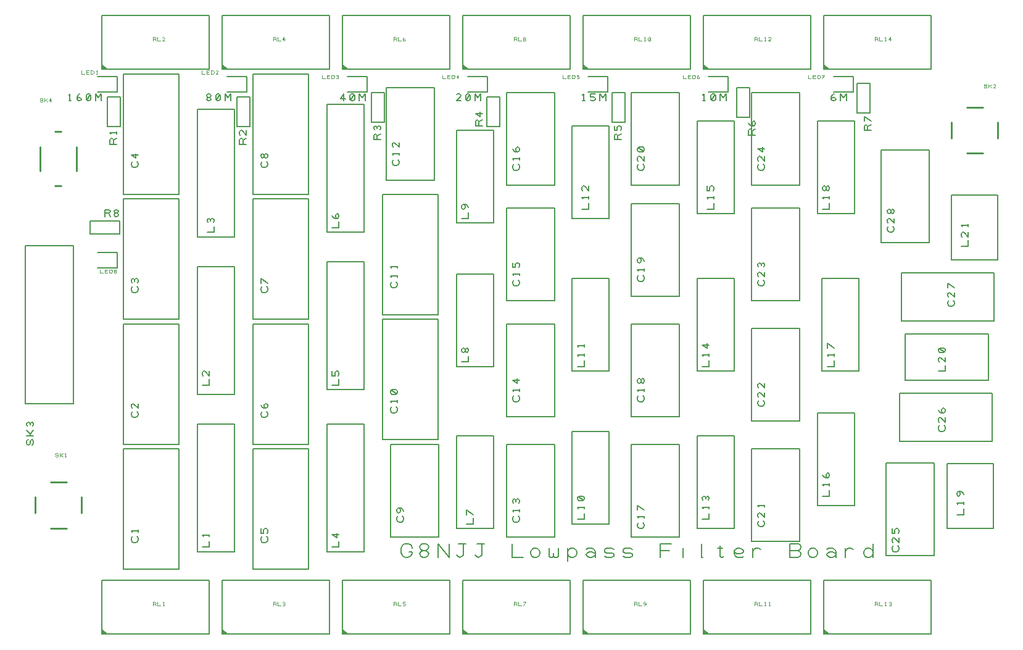
<source format=gbr>
G04 EasyPC Gerber Version 20.0.2 Build 4112 *
G04 #@! TF.Part,Single*
G04 #@! TF.FileFunction,Legend,Top *
%FSLAX35Y35*%
%MOIN*%
%ADD106C,0.00100*%
%ADD105C,0.00500*%
%ADD115C,0.00787*%
%ADD114C,0.00800*%
%ADD11C,0.01000*%
X0Y0D02*
D02*
D11*
X11348Y82529D02*
Y73868D01*
X13750Y258700D02*
Y271600D01*
X13850*
X19419Y65797D02*
X28081D01*
X19419Y90600D02*
X28081D01*
X21750Y250600D02*
X25350D01*
X21750Y280100D02*
X25350D01*
X33450Y258700D02*
Y271600D01*
X33550*
X36152Y82529D02*
Y73868D01*
X506348Y285029D02*
Y276368D01*
X514419Y268297D02*
X523081D01*
X514419Y293100D02*
X523081D01*
X531152Y285029D02*
Y276368D01*
D02*
D105*
X9375Y110600D02*
X10000Y110913D01*
X10313Y111537*
Y112787*
X10000Y113413*
X9375Y113725*
X8750Y113413*
X8437Y112787*
Y111537*
X8125Y110913*
X7500Y110600*
X6875Y110913*
X6563Y111537*
Y112787*
X6875Y113413*
X7500Y113725*
X10313Y115600D02*
X6563D01*
X8437D02*
Y116537D01*
X6563Y118725*
X8437Y116537D02*
X10313Y118725D01*
X10000Y120913D02*
X10313Y121537D01*
Y122163*
X10000Y122787*
X9375Y123100*
X8750Y122787*
X8437Y122163*
Y121537*
Y122163D02*
X8125Y122787D01*
X7500Y123100*
X6875Y122787*
X6563Y122163*
Y121537*
X6875Y120913*
X29375Y296537D02*
X30625D01*
X30000D02*
Y300287D01*
X29375Y299663*
X33750Y297475D02*
X34063Y298100D01*
X34687Y298413*
X35313*
X35937Y298100*
X36250Y297475*
X35937Y296850*
X35313Y296537*
X34687*
X34063Y296850*
X33750Y297475*
Y298413*
X34063Y299350*
X34687Y299975*
X35313Y300287*
X39063Y296850D02*
X39687Y296537D01*
X40313*
X40937Y296850*
X41250Y297475*
Y299350*
X40937Y299975*
X40313Y300287*
X39687*
X39063Y299975*
X38750Y299350*
Y297475*
X39063Y296850*
X40937Y299975*
X43750Y296537D02*
Y300287D01*
X45313Y298413*
X46875Y300287*
Y296537*
X40750Y224600D02*
X56750D01*
Y231600*
X40750*
Y224600*
X47250Y11100D02*
Y8600D01*
X49750*
X47250Y11100*
G36*
Y8600*
X49750*
X47250Y11100*
G37*
Y37600D02*
X105250D01*
Y8600*
X47250*
Y37600*
Y316100D02*
Y313600D01*
X49750*
X47250Y316100*
G36*
Y313600*
X49750*
X47250Y316100*
G37*
Y342600D02*
X105250D01*
Y313600*
X47250*
Y342600*
X48750Y234037D02*
Y237787D01*
X50937*
X51563Y237475*
X51875Y236850*
X51563Y236225*
X50937Y235913*
X48750*
X50937D02*
X51875Y234037D01*
X54687Y235913D02*
X55313D01*
X55937Y236225*
X56250Y236850*
X55937Y237475*
X55313Y237787*
X54687*
X54063Y237475*
X53750Y236850*
X54063Y236225*
X54687Y235913*
X54063Y235600*
X53750Y234975*
X54063Y234350*
X54687Y234037*
X55313*
X55937Y234350*
X56250Y234975*
X55937Y235600*
X55313Y235913*
Y273100D02*
X51563D01*
Y275287*
X51875Y275913*
X52500Y276225*
X53125Y275913*
X53437Y275287*
Y273100*
Y275287D02*
X55313Y276225D01*
Y278725D02*
Y279975D01*
Y279350D02*
X51563D01*
X52187Y278725*
X57250Y282600D02*
Y298600D01*
X50250*
Y282600*
X57250*
X66187Y61225D02*
X66500Y60913D01*
X66813Y60287*
Y59350*
X66500Y58725*
X66187Y58413*
X65563Y58100*
X64313*
X63687Y58413*
X63375Y58725*
X63063Y59350*
Y60287*
X63375Y60913*
X63687Y61225*
X66813Y63725D02*
Y64975D01*
Y64350D02*
X63063D01*
X63687Y63725*
X66187Y128725D02*
X66500Y128413D01*
X66813Y127787*
Y126850*
X66500Y126225*
X66187Y125913*
X65563Y125600*
X64313*
X63687Y125913*
X63375Y126225*
X63063Y126850*
Y127787*
X63375Y128413*
X63687Y128725*
X66813Y133100D02*
Y130600D01*
X64625Y132787*
X64000Y133100*
X63375Y132787*
X63063Y132163*
Y131225*
X63375Y130600*
X66187Y196225D02*
X66500Y195913D01*
X66813Y195287*
Y194350*
X66500Y193725*
X66187Y193413*
X65563Y193100*
X64313*
X63687Y193413*
X63375Y193725*
X63063Y194350*
Y195287*
X63375Y195913*
X63687Y196225*
X66500Y198413D02*
X66813Y199037D01*
Y199663*
X66500Y200287*
X65875Y200600*
X65250Y200287*
X64937Y199663*
Y199037*
Y199663D02*
X64625Y200287D01*
X64000Y200600*
X63375Y200287*
X63063Y199663*
Y199037*
X63375Y198413*
X66187Y263725D02*
X66500Y263413D01*
X66813Y262787*
Y261850*
X66500Y261225*
X66187Y260913*
X65563Y260600*
X64313*
X63687Y260913*
X63375Y261225*
X63063Y261850*
Y262787*
X63375Y263413*
X63687Y263725*
X66813Y267163D02*
X63063D01*
X65563Y265600*
Y268100*
X104687Y298413D02*
X105313D01*
X105937Y298725*
X106250Y299350*
X105937Y299975*
X105313Y300287*
X104687*
X104063Y299975*
X103750Y299350*
X104063Y298725*
X104687Y298413*
X104063Y298100*
X103750Y297475*
X104063Y296850*
X104687Y296537*
X105313*
X105937Y296850*
X106250Y297475*
X105937Y298100*
X105313Y298413*
X109063Y296850D02*
X109687Y296537D01*
X110313*
X110937Y296850*
X111250Y297475*
Y299350*
X110937Y299975*
X110313Y300287*
X109687*
X109063Y299975*
X108750Y299350*
Y297475*
X109063Y296850*
X110937Y299975*
X113750Y296537D02*
Y300287D01*
X115313Y298413*
X116875Y300287*
Y296537*
X101563Y55600D02*
X105313D01*
Y58725*
Y61225D02*
Y62475D01*
Y61850D02*
X101563D01*
X102187Y61225*
X101563Y143100D02*
X105313D01*
Y146225*
Y150600D02*
Y148100D01*
X103125Y150287*
X102500Y150600*
X101875Y150287*
X101563Y149663*
Y148725*
X101875Y148100*
X104063Y225600D02*
X107813D01*
Y228725*
X107500Y230913D02*
X107813Y231537D01*
Y232163*
X107500Y232787*
X106875Y233100*
X106250Y232787*
X105937Y232163*
Y231537*
Y232163D02*
X105625Y232787D01*
X105000Y233100*
X104375Y232787*
X104063Y232163*
Y231537*
X104375Y230913*
X112250Y11100D02*
Y8600D01*
X114750*
X112250Y11100*
G36*
Y8600*
X114750*
X112250Y11100*
G37*
Y37600D02*
X170250D01*
Y8600*
X112250*
Y37600*
Y316100D02*
Y313600D01*
X114750*
X112250Y316100*
G36*
Y313600*
X114750*
X112250Y316100*
G37*
Y342600D02*
X170250D01*
Y313600*
X112250*
Y342600*
X125313Y273100D02*
X121563D01*
Y275287*
X121875Y275913*
X122500Y276225*
X123125Y275913*
X123437Y275287*
Y273100*
Y275287D02*
X125313Y276225D01*
Y280600D02*
Y278100D01*
X123125Y280287*
X122500Y280600*
X121875Y280287*
X121563Y279663*
Y278725*
X121875Y278100*
X127250Y282600D02*
Y298600D01*
X120250*
Y282600*
X127250*
X136187Y61225D02*
X136500Y60913D01*
X136813Y60287*
Y59350*
X136500Y58725*
X136187Y58413*
X135563Y58100*
X134313*
X133687Y58413*
X133375Y58725*
X133063Y59350*
Y60287*
X133375Y60913*
X133687Y61225*
X136500Y63100D02*
X136813Y63725D01*
Y64663*
X136500Y65287*
X135875Y65600*
X135563*
X134937Y65287*
X134625Y64663*
Y63100*
X133063*
Y65600*
X136187Y128725D02*
X136500Y128413D01*
X136813Y127787*
Y126850*
X136500Y126225*
X136187Y125913*
X135563Y125600*
X134313*
X133687Y125913*
X133375Y126225*
X133063Y126850*
Y127787*
X133375Y128413*
X133687Y128725*
X135875Y130600D02*
X135250Y130913D01*
X134937Y131537*
Y132163*
X135250Y132787*
X135875Y133100*
X136500Y132787*
X136813Y132163*
Y131537*
X136500Y130913*
X135875Y130600*
X134937*
X134000Y130913*
X133375Y131537*
X133063Y132163*
X136187Y196225D02*
X136500Y195913D01*
X136813Y195287*
Y194350*
X136500Y193725*
X136187Y193413*
X135563Y193100*
X134313*
X133687Y193413*
X133375Y193725*
X133063Y194350*
Y195287*
X133375Y195913*
X133687Y196225*
X136813Y198100D02*
X133063Y200600D01*
Y198100*
X136187Y263725D02*
X136500Y263413D01*
X136813Y262787*
Y261850*
X136500Y261225*
X136187Y260913*
X135563Y260600*
X134313*
X133687Y260913*
X133375Y261225*
X133063Y261850*
Y262787*
X133375Y263413*
X133687Y263725*
X134937Y266537D02*
Y267163D01*
X134625Y267787*
X134000Y268100*
X133375Y267787*
X133063Y267163*
Y266537*
X133375Y265913*
X134000Y265600*
X134625Y265913*
X134937Y266537*
X135250Y265913*
X135875Y265600*
X136500Y265913*
X136813Y266537*
Y267163*
X136500Y267787*
X135875Y268100*
X135250Y267787*
X134937Y267163*
X171563Y55600D02*
X175313D01*
Y58725*
Y62163D02*
X171563D01*
X174063Y60600*
Y63100*
X171563Y143100D02*
X175313D01*
Y146225*
X175000Y148100D02*
X175313Y148725D01*
Y149663*
X175000Y150287*
X174375Y150600*
X174063*
X173437Y150287*
X173125Y149663*
Y148100*
X171563*
Y150600*
Y228100D02*
X175313D01*
Y231225*
X174375Y233100D02*
X173750Y233413D01*
X173437Y234037*
Y234663*
X173750Y235287*
X174375Y235600*
X175000Y235287*
X175313Y234663*
Y234037*
X175000Y233413*
X174375Y233100*
X173437*
X172500Y233413*
X171875Y234037*
X171563Y234663*
X177813Y296537D02*
Y300287D01*
X176250Y297787*
X178750*
X181563Y296850D02*
X182187Y296537D01*
X182813*
X183437Y296850*
X183750Y297475*
Y299350*
X183437Y299975*
X182813Y300287*
X182187*
X181563Y299975*
X181250Y299350*
Y297475*
X181563Y296850*
X183437Y299975*
X186250Y296537D02*
Y300287D01*
X187813Y298413*
X189375Y300287*
Y296537*
X177250Y11100D02*
Y8600D01*
X179750*
X177250Y11100*
G36*
Y8600*
X179750*
X177250Y11100*
G37*
Y37600D02*
X235250D01*
Y8600*
X177250*
Y37600*
Y316100D02*
Y313600D01*
X179750*
X177250Y316100*
G36*
Y313600*
X179750*
X177250Y316100*
G37*
Y342600D02*
X235250D01*
Y313600*
X177250*
Y342600*
X197813Y275600D02*
X194063D01*
Y277787*
X194375Y278413*
X195000Y278725*
X195625Y278413*
X195937Y277787*
Y275600*
Y277787D02*
X197813Y278725D01*
X197500Y280913D02*
X197813Y281537D01*
Y282163*
X197500Y282787*
X196875Y283100*
X196250Y282787*
X195937Y282163*
Y281537*
Y282163D02*
X195625Y282787D01*
X195000Y283100*
X194375Y282787*
X194063Y282163*
Y281537*
X194375Y280913*
X199750Y285100D02*
Y301100D01*
X192750*
Y285100*
X199750*
X206187Y131225D02*
X206500Y130913D01*
X206813Y130287*
Y129350*
X206500Y128725*
X206187Y128413*
X205563Y128100*
X204313*
X203687Y128413*
X203375Y128725*
X203063Y129350*
Y130287*
X203375Y130913*
X203687Y131225*
X206813Y133725D02*
Y134975D01*
Y134350D02*
X203063D01*
X203687Y133725*
X206500Y138413D02*
X206813Y139037D01*
Y139663*
X206500Y140287*
X205875Y140600*
X204000*
X203375Y140287*
X203063Y139663*
Y139037*
X203375Y138413*
X204000Y138100*
X205875*
X206500Y138413*
X203375Y140287*
X206187Y198725D02*
X206500Y198413D01*
X206813Y197787*
Y196850*
X206500Y196225*
X206187Y195913*
X205563Y195600*
X204313*
X203687Y195913*
X203375Y196225*
X203063Y196850*
Y197787*
X203375Y198413*
X203687Y198725*
X206813Y201225D02*
Y202475D01*
Y201850D02*
X203063D01*
X203687Y201225*
X206813Y206225D02*
Y207475D01*
Y206850D02*
X203063D01*
X203687Y206225*
X213125Y53100D02*
X215000D01*
Y52475*
X214375Y51225*
X213750Y50600*
X212500Y49975*
X211250*
X210000Y50600*
X209375Y51225*
X208750Y52475*
Y54975*
X209375Y56225*
X210000Y56850*
X211250Y57475*
X212500*
X213750Y56850*
X214375Y56225*
X215000Y54975*
X220625Y53725D02*
X221875D01*
X223125Y54350*
X223750Y55600*
X223125Y56850*
X221875Y57475*
X220625*
X219375Y56850*
X218750Y55600*
X219375Y54350*
X220625Y53725*
X219375Y53100*
X218750Y51850*
X219375Y50600*
X220625Y49975*
X221875*
X223125Y50600*
X223750Y51850*
X223125Y53100*
X221875Y53725*
X228750Y49975D02*
Y57475D01*
X235000Y49975*
Y57475*
X238750Y51225D02*
X239375Y50600D01*
X240625Y49975*
X241875Y50600*
X242500Y51225*
Y57475*
X243750*
X242500D02*
X240000D01*
X248750Y51225D02*
X249375Y50600D01*
X250625Y49975*
X251875Y50600*
X252500Y51225*
Y57475*
X253750*
X252500D02*
X250000D01*
X268750D02*
Y49975D01*
X275000*
X278750Y51850D02*
X279375Y50600D01*
X280625Y49975*
X281875*
X283125Y50600*
X283750Y51850*
Y53100*
X283125Y54350*
X281875Y54975*
X280625*
X279375Y54350*
X278750Y53100*
Y51850*
X288750Y54975D02*
Y50600D01*
X289375Y49975*
X290625*
X291250Y50600*
Y52475*
Y50600D02*
X291875Y49975D01*
X293125*
X293750Y50600*
Y54975*
X298750D02*
Y48100D01*
Y51850D02*
X299375Y50600D01*
X300625Y49975*
X301875*
X303125Y50600*
X303750Y51850*
Y53100*
X303125Y54350*
X301875Y54975*
X300625*
X299375Y54350*
X298750Y53100*
Y51850*
X308750Y54350D02*
X310000Y54975D01*
X311875*
X313125Y54350*
X313750Y53100*
Y51225*
X313125Y50600*
X311875Y49975*
X310625*
X309375Y50600*
X308750Y51225*
Y51850*
X309375Y52475*
X310625Y53100*
X311875*
X313125Y52475*
X313750Y51850*
Y51225D02*
Y49975D01*
X318750Y50600D02*
X320000Y49975D01*
X322500*
X323750Y50600*
Y51850*
X322500Y52475*
X320000*
X318750Y53100*
Y54350*
X320000Y54975*
X322500*
X323750Y54350*
X328750Y50600D02*
X330000Y49975D01*
X332500*
X333750Y50600*
Y51850*
X332500Y52475*
X330000*
X328750Y53100*
Y54350*
X330000Y54975*
X332500*
X333750Y54350*
X348750Y49975D02*
Y57475D01*
X355000*
X353750Y53725D02*
X348750D01*
X361250Y49975D02*
Y54975D01*
Y56850D02*
X371875Y49975*
X371250D01*
Y57475*
X380000Y54975D02*
X382500D01*
X381250Y56225D02*
Y50600D01*
X381875Y49975*
X382500*
X383125Y50600*
X393750D02*
X393125Y49975D01*
X391875*
X390625*
X389375Y50600*
X388750Y51850*
Y53725*
X389375Y54350*
X390625Y54975*
X391875*
X393125Y54350*
X393750Y53725*
Y53100*
X393125Y52475*
X391875Y51850*
X390625*
X389375Y52475*
X388750Y53100*
X398750Y49975D02*
Y54975D01*
Y53100D02*
X399375Y54350D01*
X400625Y54975*
X401875*
X403125Y54350*
X423125Y53725D02*
X424375Y53100D01*
X425000Y51850*
X424375Y50600*
X423125Y49975*
X418750*
Y57475*
X423125*
X424375Y56850*
X425000Y55600*
X424375Y54350*
X423125Y53725*
X418750*
X428750Y51850D02*
X429375Y50600D01*
X430625Y49975*
X431875*
X433125Y50600*
X433750Y51850*
Y53100*
X433125Y54350*
X431875Y54975*
X430625*
X429375Y54350*
X428750Y53100*
Y51850*
X438750Y54350D02*
X440000Y54975D01*
X441875*
X443125Y54350*
X443750Y53100*
Y51225*
X443125Y50600*
X441875Y49975*
X440625*
X439375Y50600*
X438750Y51225*
Y51850*
X439375Y52475*
X440625Y53100*
X441875*
X443125Y52475*
X443750Y51850*
Y51225D02*
Y49975D01*
X448750D02*
Y54975D01*
Y53100D02*
X449375Y54350D01*
X450625Y54975*
X451875*
X453125Y54350*
X463750Y53100D02*
X463125Y54350D01*
X461875Y54975*
X460625*
X459375Y54350*
X458750Y53100*
Y51850*
X459375Y50600*
X460625Y49975*
X461875*
X463125Y50600*
X463750Y51850*
Y49975D02*
Y57475D01*
X207187Y264725D02*
X207500Y264413D01*
X207813Y263787*
Y262850*
X207500Y262225*
X207187Y261913*
X206563Y261600*
X205313*
X204687Y261913*
X204375Y262225*
X204063Y262850*
Y263787*
X204375Y264413*
X204687Y264725*
X207813Y267225D02*
Y268475D01*
Y267850D02*
X204063D01*
X204687Y267225*
X207813Y274100D02*
Y271600D01*
X205625Y273787*
X205000Y274100*
X204375Y273787*
X204063Y273163*
Y272225*
X204375Y271600*
X209687Y72225D02*
X210000Y71913D01*
X210313Y71287*
Y70350*
X210000Y69725*
X209687Y69413*
X209063Y69100*
X207813*
X207187Y69413*
X206875Y69725*
X206563Y70350*
Y71287*
X206875Y71913*
X207187Y72225*
X210313Y75037D02*
X210000Y75663D01*
X209375Y76287*
X208437Y76600*
X207500*
X206875Y76287*
X206563Y75663*
Y75037*
X206875Y74413*
X207500Y74100*
X208125Y74413*
X208437Y75037*
Y75663*
X208125Y76287*
X207500Y76600*
X241250Y296537D02*
X238750D01*
X240937Y298725*
X241250Y299350*
X240937Y299975*
X240313Y300287*
X239375*
X238750Y299975*
X244063Y296850D02*
X244687Y296537D01*
X245313*
X245937Y296850*
X246250Y297475*
Y299350*
X245937Y299975*
X245313Y300287*
X244687*
X244063Y299975*
X243750Y299350*
Y297475*
X244063Y296850*
X245937Y299975*
X248750Y296537D02*
Y300287D01*
X250313Y298413*
X251875Y300287*
Y296537*
X242250Y11100D02*
Y8600D01*
X244750*
X242250Y11100*
G36*
Y8600*
X244750*
X242250Y11100*
G37*
Y37600D02*
X300250D01*
Y8600*
X242250*
Y37600*
Y316100D02*
Y313600D01*
X244750*
X242250Y316100*
G36*
Y313600*
X244750*
X242250Y316100*
G37*
Y342600D02*
X300250D01*
Y313600*
X242250*
Y342600*
X241563Y155600D02*
X245313D01*
Y158725*
X243437Y161537D02*
Y162163D01*
X243125Y162787*
X242500Y163100*
X241875Y162787*
X241563Y162163*
Y161537*
X241875Y160913*
X242500Y160600*
X243125Y160913*
X243437Y161537*
X243750Y160913*
X244375Y160600*
X245000Y160913*
X245313Y161537*
Y162163*
X245000Y162787*
X244375Y163100*
X243750Y162787*
X243437Y162163*
X241563Y233100D02*
X245313D01*
Y236225*
Y239037D02*
X245000Y239663D01*
X244375Y240287*
X243437Y240600*
X242500*
X241875Y240287*
X241563Y239663*
Y239037*
X241875Y238413*
X242500Y238100*
X243125Y238413*
X243437Y239037*
Y239663*
X243125Y240287*
X242500Y240600*
X244063Y68100D02*
X247813D01*
Y71225*
Y73100D02*
X244063Y75600D01*
Y73100*
X252813Y283100D02*
X249063D01*
Y285287*
X249375Y285913*
X250000Y286225*
X250625Y285913*
X250937Y285287*
Y283100*
Y285287D02*
X252813Y286225D01*
Y289663D02*
X249063D01*
X251563Y288100*
Y290600*
X262250Y282600D02*
Y298600D01*
X255250*
Y282600*
X262250*
X272187Y72225D02*
X272500Y71913D01*
X272813Y71287*
Y70350*
X272500Y69725*
X272187Y69413*
X271563Y69100*
X270313*
X269687Y69413*
X269375Y69725*
X269063Y70350*
Y71287*
X269375Y71913*
X269687Y72225*
X272813Y74725D02*
Y75975D01*
Y75350D02*
X269063D01*
X269687Y74725*
X272500Y79413D02*
X272813Y80037D01*
Y80663*
X272500Y81287*
X271875Y81600*
X271250Y81287*
X270937Y80663*
Y80037*
Y80663D02*
X270625Y81287D01*
X270000Y81600*
X269375Y81287*
X269063Y80663*
Y80037*
X269375Y79413*
X272187Y137225D02*
X272500Y136913D01*
X272813Y136287*
Y135350*
X272500Y134725*
X272187Y134413*
X271563Y134100*
X270313*
X269687Y134413*
X269375Y134725*
X269063Y135350*
Y136287*
X269375Y136913*
X269687Y137225*
X272813Y139725D02*
Y140975D01*
Y140350D02*
X269063D01*
X269687Y139725*
X272813Y145663D02*
X269063D01*
X271563Y144100*
Y146600*
X272187Y199725D02*
X272500Y199413D01*
X272813Y198787*
Y197850*
X272500Y197225*
X272187Y196913*
X271563Y196600*
X270313*
X269687Y196913*
X269375Y197225*
X269063Y197850*
Y198787*
X269375Y199413*
X269687Y199725*
X272813Y202225D02*
Y203475D01*
Y202850D02*
X269063D01*
X269687Y202225*
X272500Y206600D02*
X272813Y207225D01*
Y208163*
X272500Y208787*
X271875Y209100*
X271563*
X270937Y208787*
X270625Y208163*
Y206600*
X269063*
Y209100*
X272187Y262225D02*
X272500Y261913D01*
X272813Y261287*
Y260350*
X272500Y259725*
X272187Y259413*
X271563Y259100*
X270313*
X269687Y259413*
X269375Y259725*
X269063Y260350*
Y261287*
X269375Y261913*
X269687Y262225*
X272813Y264725D02*
Y265975D01*
Y265350D02*
X269063D01*
X269687Y264725*
X271875Y269100D02*
X271250Y269413D01*
X270937Y270037*
Y270663*
X271250Y271287*
X271875Y271600*
X272500Y271287*
X272813Y270663*
Y270037*
X272500Y269413*
X271875Y269100*
X270937*
X270000Y269413*
X269375Y270037*
X269063Y270663*
X306875Y296537D02*
X308125D01*
X307500D02*
Y300287D01*
X306875Y299663*
X311250Y296850D02*
X311875Y296537D01*
X312813*
X313437Y296850*
X313750Y297475*
Y297787*
X313437Y298413*
X312813Y298725*
X311250*
Y300287*
X313750*
X316250Y296537D02*
Y300287D01*
X317813Y298413*
X319375Y300287*
Y296537*
X307250Y11100D02*
Y8600D01*
X309750*
X307250Y11100*
G36*
Y8600*
X309750*
X307250Y11100*
G37*
Y37600D02*
X365250D01*
Y8600*
X307250*
Y37600*
Y316100D02*
Y313600D01*
X309750*
X307250Y316100*
G36*
Y313600*
X309750*
X307250Y316100*
G37*
Y342600D02*
X365250D01*
Y313600*
X307250*
Y342600*
X304063Y70600D02*
X307813D01*
Y73725*
Y76225D02*
Y77475D01*
Y76850D02*
X304063D01*
X304687Y76225*
X307500Y80913D02*
X307813Y81537D01*
Y82163*
X307500Y82787*
X306875Y83100*
X305000*
X304375Y82787*
X304063Y82163*
Y81537*
X304375Y80913*
X305000Y80600*
X306875*
X307500Y80913*
X304375Y82787*
X304063Y153100D02*
X307813D01*
Y156225*
Y158725D02*
Y159975D01*
Y159350D02*
X304063D01*
X304687Y158725*
X307813Y163725D02*
Y164975D01*
Y164350D02*
X304063D01*
X304687Y163725*
X306563Y238100D02*
X310313D01*
Y241225*
Y243725D02*
Y244975D01*
Y244350D02*
X306563D01*
X307187Y243725*
X310313Y250600D02*
Y248100D01*
X308125Y250287*
X307500Y250600*
X306875Y250287*
X306563Y249663*
Y248725*
X306875Y248100*
X327813Y275600D02*
X324063D01*
Y277787*
X324375Y278413*
X325000Y278725*
X325625Y278413*
X325937Y277787*
Y275600*
Y277787D02*
X327813Y278725D01*
X327500Y280600D02*
X327813Y281225D01*
Y282163*
X327500Y282787*
X326875Y283100*
X326563*
X325937Y282787*
X325625Y282163*
Y280600*
X324063*
Y283100*
X329750Y285100D02*
Y301100D01*
X322750*
Y285100*
X329750*
X339687Y68725D02*
X340000Y68413D01*
X340313Y67787*
Y66850*
X340000Y66225*
X339687Y65913*
X339063Y65600*
X337813*
X337187Y65913*
X336875Y66225*
X336563Y66850*
Y67787*
X336875Y68413*
X337187Y68725*
X340313Y71225D02*
Y72475D01*
Y71850D02*
X336563D01*
X337187Y71225*
X340313Y75600D02*
X336563Y78100D01*
Y75600*
X339687Y137225D02*
X340000Y136913D01*
X340313Y136287*
Y135350*
X340000Y134725*
X339687Y134413*
X339063Y134100*
X337813*
X337187Y134413*
X336875Y134725*
X336563Y135350*
Y136287*
X336875Y136913*
X337187Y137225*
X340313Y139725D02*
Y140975D01*
Y140350D02*
X336563D01*
X337187Y139725*
X338437Y145037D02*
Y145663D01*
X338125Y146287*
X337500Y146600*
X336875Y146287*
X336563Y145663*
Y145037*
X336875Y144413*
X337500Y144100*
X338125Y144413*
X338437Y145037*
X338750Y144413*
X339375Y144100*
X340000Y144413*
X340313Y145037*
Y145663*
X340000Y146287*
X339375Y146600*
X338750Y146287*
X338437Y145663*
X339687Y202225D02*
X340000Y201913D01*
X340313Y201287*
Y200350*
X340000Y199725*
X339687Y199413*
X339063Y199100*
X337813*
X337187Y199413*
X336875Y199725*
X336563Y200350*
Y201287*
X336875Y201913*
X337187Y202225*
X340313Y204725D02*
Y205975D01*
Y205350D02*
X336563D01*
X337187Y204725*
X340313Y210037D02*
X340000Y210663D01*
X339375Y211287*
X338437Y211600*
X337500*
X336875Y211287*
X336563Y210663*
Y210037*
X336875Y209413*
X337500Y209100*
X338125Y209413*
X338437Y210037*
Y210663*
X338125Y211287*
X337500Y211600*
X339687Y262225D02*
X340000Y261913D01*
X340313Y261287*
Y260350*
X340000Y259725*
X339687Y259413*
X339063Y259100*
X337813*
X337187Y259413*
X336875Y259725*
X336563Y260350*
Y261287*
X336875Y261913*
X337187Y262225*
X340313Y266600D02*
Y264100D01*
X338125Y266287*
X337500Y266600*
X336875Y266287*
X336563Y265663*
Y264725*
X336875Y264100*
X340000Y269413D02*
X340313Y270037D01*
Y270663*
X340000Y271287*
X339375Y271600*
X337500*
X336875Y271287*
X336563Y270663*
Y270037*
X336875Y269413*
X337500Y269100*
X339375*
X340000Y269413*
X336875Y271287*
X371875Y296537D02*
X373125D01*
X372500D02*
Y300287D01*
X371875Y299663*
X376563Y296850D02*
X377187Y296537D01*
X377813*
X378437Y296850*
X378750Y297475*
Y299350*
X378437Y299975*
X377813Y300287*
X377187*
X376563Y299975*
X376250Y299350*
Y297475*
X376563Y296850*
X378437Y299975*
X381250Y296537D02*
Y300287D01*
X382813Y298413*
X384375Y300287*
Y296537*
X372250Y11100D02*
Y8600D01*
X374750*
X372250Y11100*
G36*
Y8600*
X374750*
X372250Y11100*
G37*
Y37600D02*
X430250D01*
Y8600*
X372250*
Y37600*
Y316100D02*
Y313600D01*
X374750*
X372250Y316100*
G36*
Y313600*
X374750*
X372250Y316100*
G37*
Y342600D02*
X430250D01*
Y313600*
X372250*
Y342600*
X371563Y70600D02*
X375313D01*
Y73725*
Y76225D02*
Y77475D01*
Y76850D02*
X371563D01*
X372187Y76225*
X375000Y80913D02*
X375313Y81537D01*
Y82163*
X375000Y82787*
X374375Y83100*
X373750Y82787*
X373437Y82163*
Y81537*
Y82163D02*
X373125Y82787D01*
X372500Y83100*
X371875Y82787*
X371563Y82163*
Y81537*
X371875Y80913*
X371563Y153100D02*
X375313D01*
Y156225*
Y158725D02*
Y159975D01*
Y159350D02*
X371563D01*
X372187Y158725*
X375313Y164663D02*
X371563D01*
X374063Y163100*
Y165600*
Y238100D02*
X377813D01*
Y241225*
Y243725D02*
Y244975D01*
Y244350D02*
X374063D01*
X374687Y243725*
X377500Y248100D02*
X377813Y248725D01*
Y249663*
X377500Y250287*
X376875Y250600*
X376563*
X375937Y250287*
X375625Y249663*
Y248100*
X374063*
Y250600*
X397250Y287600D02*
Y303600D01*
X390250*
Y287600*
X397250*
X400313Y278100D02*
X396563D01*
Y280287*
X396875Y280913*
X397500Y281225*
X398125Y280913*
X398437Y280287*
Y278100*
Y280287D02*
X400313Y281225D01*
X399375Y283100D02*
X398750Y283413D01*
X398437Y284037*
Y284663*
X398750Y285287*
X399375Y285600*
X400000Y285287*
X400313Y284663*
Y284037*
X400000Y283413*
X399375Y283100*
X398437*
X397500Y283413*
X396875Y284037*
X396563Y284663*
X404687Y69725D02*
X405000Y69413D01*
X405313Y68787*
Y67850*
X405000Y67225*
X404687Y66913*
X404063Y66600*
X402813*
X402187Y66913*
X401875Y67225*
X401563Y67850*
Y68787*
X401875Y69413*
X402187Y69725*
X405313Y74100D02*
Y71600D01*
X403125Y73787*
X402500Y74100*
X401875Y73787*
X401563Y73163*
Y72225*
X401875Y71600*
X405313Y77225D02*
Y78475D01*
Y77850D02*
X401563D01*
X402187Y77225*
X404687Y134725D02*
X405000Y134413D01*
X405313Y133787*
Y132850*
X405000Y132225*
X404687Y131913*
X404063Y131600*
X402813*
X402187Y131913*
X401875Y132225*
X401563Y132850*
Y133787*
X401875Y134413*
X402187Y134725*
X405313Y139100D02*
Y136600D01*
X403125Y138787*
X402500Y139100*
X401875Y138787*
X401563Y138163*
Y137225*
X401875Y136600*
X405313Y144100D02*
Y141600D01*
X403125Y143787*
X402500Y144100*
X401875Y143787*
X401563Y143163*
Y142225*
X401875Y141600*
X404687Y199725D02*
X405000Y199413D01*
X405313Y198787*
Y197850*
X405000Y197225*
X404687Y196913*
X404063Y196600*
X402813*
X402187Y196913*
X401875Y197225*
X401563Y197850*
Y198787*
X401875Y199413*
X402187Y199725*
X405313Y204100D02*
Y201600D01*
X403125Y203787*
X402500Y204100*
X401875Y203787*
X401563Y203163*
Y202225*
X401875Y201600*
X405000Y206913D02*
X405313Y207537D01*
Y208163*
X405000Y208787*
X404375Y209100*
X403750Y208787*
X403437Y208163*
Y207537*
Y208163D02*
X403125Y208787D01*
X402500Y209100*
X401875Y208787*
X401563Y208163*
Y207537*
X401875Y206913*
X404687Y262225D02*
X405000Y261913D01*
X405313Y261287*
Y260350*
X405000Y259725*
X404687Y259413*
X404063Y259100*
X402813*
X402187Y259413*
X401875Y259725*
X401563Y260350*
Y261287*
X401875Y261913*
X402187Y262225*
X405313Y266600D02*
Y264100D01*
X403125Y266287*
X402500Y266600*
X401875Y266287*
X401563Y265663*
Y264725*
X401875Y264100*
X405313Y270663D02*
X401563D01*
X404063Y269100*
Y271600*
X437250Y11100D02*
Y8600D01*
X439750*
X437250Y11100*
G36*
Y8600*
X439750*
X437250Y11100*
G37*
Y37600D02*
X495250D01*
Y8600*
X437250*
Y37600*
Y316100D02*
Y313600D01*
X439750*
X437250Y316100*
G36*
Y313600*
X439750*
X437250Y316100*
G37*
Y342600D02*
X495250D01*
Y313600*
X437250*
Y342600*
X436563Y83100D02*
X440313D01*
Y86225*
Y88725D02*
Y89975D01*
Y89350D02*
X436563D01*
X437187Y88725*
X439375Y93100D02*
X438750Y93413D01*
X438437Y94037*
Y94663*
X438750Y95287*
X439375Y95600*
X440000Y95287*
X440313Y94663*
Y94037*
X440000Y93413*
X439375Y93100*
X438437*
X437500Y93413*
X436875Y94037*
X436563Y94663*
Y238100D02*
X440313D01*
Y241225*
Y243725D02*
Y244975D01*
Y244350D02*
X436563D01*
X437187Y243725*
X438437Y249037D02*
Y249663D01*
X438125Y250287*
X437500Y250600*
X436875Y250287*
X436563Y249663*
Y249037*
X436875Y248413*
X437500Y248100*
X438125Y248413*
X438437Y249037*
X438750Y248413*
X439375Y248100*
X440000Y248413*
X440313Y249037*
Y249663*
X440000Y250287*
X439375Y250600*
X438750Y250287*
X438437Y249663*
X441250Y297475D02*
X441563Y298100D01*
X442187Y298413*
X442813*
X443437Y298100*
X443750Y297475*
X443437Y296850*
X442813Y296537*
X442187*
X441563Y296850*
X441250Y297475*
Y298413*
X441563Y299350*
X442187Y299975*
X442813Y300287*
X446250Y296537D02*
Y300287D01*
X447813Y298413*
X449375Y300287*
Y296537*
X439063Y153100D02*
X442813D01*
Y156225*
Y158725D02*
Y159975D01*
Y159350D02*
X439063D01*
X439687Y158725*
X442813Y163100D02*
X439063Y165600D01*
Y163100*
X462250Y290100D02*
Y306100D01*
X455250*
Y290100*
X462250*
X462813Y280600D02*
X459063D01*
Y282787*
X459375Y283413*
X460000Y283725*
X460625Y283413*
X460937Y282787*
Y280600*
Y282787D02*
X462813Y283725D01*
Y285600D02*
X459063Y288100D01*
Y285600*
X474687Y228725D02*
X475000Y228413D01*
X475313Y227787*
Y226850*
X475000Y226225*
X474687Y225913*
X474063Y225600*
X472813*
X472187Y225913*
X471875Y226225*
X471563Y226850*
Y227787*
X471875Y228413*
X472187Y228725*
X475313Y233100D02*
Y230600D01*
X473125Y232787*
X472500Y233100*
X471875Y232787*
X471563Y232163*
Y231225*
X471875Y230600*
X473437Y236537D02*
Y237163D01*
X473125Y237787*
X472500Y238100*
X471875Y237787*
X471563Y237163*
Y236537*
X471875Y235913*
X472500Y235600*
X473125Y235913*
X473437Y236537*
X473750Y235913*
X474375Y235600*
X475000Y235913*
X475313Y236537*
Y237163*
X475000Y237787*
X474375Y238100*
X473750Y237787*
X473437Y237163*
X477187Y56225D02*
X477500Y55913D01*
X477813Y55287*
Y54350*
X477500Y53725*
X477187Y53413*
X476563Y53100*
X475313*
X474687Y53413*
X474375Y53725*
X474063Y54350*
Y55287*
X474375Y55913*
X474687Y56225*
X477813Y60600D02*
Y58100D01*
X475625Y60287*
X475000Y60600*
X474375Y60287*
X474063Y59663*
Y58725*
X474375Y58100*
X477500Y63100D02*
X477813Y63725D01*
Y64663*
X477500Y65287*
X476875Y65600*
X476563*
X475937Y65287*
X475625Y64663*
Y63100*
X474063*
Y65600*
X502187Y121225D02*
X502500Y120913D01*
X502813Y120287*
Y119350*
X502500Y118725*
X502187Y118413*
X501563Y118100*
X500313*
X499687Y118413*
X499375Y118725*
X499063Y119350*
Y120287*
X499375Y120913*
X499687Y121225*
X502813Y125600D02*
Y123100D01*
X500625Y125287*
X500000Y125600*
X499375Y125287*
X499063Y124663*
Y123725*
X499375Y123100*
X501875Y128100D02*
X501250Y128413D01*
X500937Y129037*
Y129663*
X501250Y130287*
X501875Y130600*
X502500Y130287*
X502813Y129663*
Y129037*
X502500Y128413*
X501875Y128100*
X500937*
X500000Y128413*
X499375Y129037*
X499063Y129663*
Y150600D02*
X502813D01*
Y153725*
Y158100D02*
Y155600D01*
X500625Y157787*
X500000Y158100*
X499375Y157787*
X499063Y157163*
Y156225*
X499375Y155600*
X502500Y160913D02*
X502813Y161537D01*
Y162163*
X502500Y162787*
X501875Y163100*
X500000*
X499375Y162787*
X499063Y162163*
Y161537*
X499375Y160913*
X500000Y160600*
X501875*
X502500Y160913*
X499375Y162787*
X507187Y188725D02*
X507500Y188413D01*
X507813Y187787*
Y186850*
X507500Y186225*
X507187Y185913*
X506563Y185600*
X505313*
X504687Y185913*
X504375Y186225*
X504063Y186850*
Y187787*
X504375Y188413*
X504687Y188725*
X507813Y193100D02*
Y190600D01*
X505625Y192787*
X505000Y193100*
X504375Y192787*
X504063Y192163*
Y191225*
X504375Y190600*
X507813Y195600D02*
X504063Y198100D01*
Y195600*
X509063Y73100D02*
X512813D01*
Y76225*
Y78725D02*
Y79975D01*
Y79350D02*
X509063D01*
X509687Y78725*
X512813Y84037D02*
X512500Y84663D01*
X511875Y85287*
X510937Y85600*
X510000*
X509375Y85287*
X509063Y84663*
Y84037*
X509375Y83413*
X510000Y83100*
X510625Y83413*
X510937Y84037*
Y84663*
X510625Y85287*
X510000Y85600*
X511563Y218100D02*
X515313D01*
Y221225*
Y225600D02*
Y223100D01*
X513125Y225287*
X512500Y225600*
X511875Y225287*
X511563Y224663*
Y223725*
X511875Y223100*
X515313Y228725D02*
Y229975D01*
Y229350D02*
X511563D01*
X512187Y228725*
X526250Y170600D02*
Y145600D01*
X481250*
Y170600*
X526250*
X528750Y65600D02*
X503750D01*
Y100600*
X528750*
Y65600*
X531250Y210600D02*
X506250D01*
Y245600*
X531250*
Y210600*
D02*
D106*
X13750Y296537D02*
X13906Y296225D01*
X14219Y296069*
X14844*
X15156Y296225*
X15313Y296537*
X15156Y296850*
X14844Y297006*
X14219*
X13906Y297163*
X13750Y297475*
X13906Y297787*
X14219Y297944*
X14844*
X15156Y297787*
X15313Y297475*
X16250Y296069D02*
Y297944D01*
Y297006D02*
X16719D01*
X17813Y297944*
X16719Y297006D02*
X17813Y296069D01*
X19531D02*
Y297944D01*
X18750Y296694*
X20000*
X21986Y104900D02*
X22143Y104587D01*
X22455Y104431*
X23080*
X23393Y104587*
X23549Y104900*
X23393Y105212*
X23080Y105369*
X22455*
X22143Y105525*
X21986Y105837*
X22143Y106150*
X22455Y106306*
X23080*
X23393Y106150*
X23549Y105837*
X24486Y104431D02*
Y106306D01*
Y105369D02*
X24955D01*
X26049Y106306*
X24955Y105369D02*
X26049Y104431D01*
X27299D02*
X27924D01*
X27611D02*
Y106306D01*
X27299Y105993*
X36250Y312944D02*
Y311069D01*
X37813*
X38750D02*
Y312944D01*
X40313*
X40000Y312006D02*
X38750D01*
Y311069D02*
X40313D01*
X41250D02*
Y312944D01*
X42187*
X42500Y312787*
X42656Y312631*
X42813Y312319*
Y311694*
X42656Y311381*
X42500Y311225*
X42187Y311069*
X41250*
X44063D02*
X44687D01*
X44375D02*
Y312944D01*
X44063Y312631*
X46250Y205444D02*
Y203569D01*
X47813*
X48750D02*
Y205444D01*
X50313*
X50000Y204506D02*
X48750D01*
Y203569D02*
X50313D01*
X51250D02*
Y205444D01*
X52187*
X52500Y205287*
X52656Y205131*
X52813Y204819*
Y204194*
X52656Y203881*
X52500Y203725*
X52187Y203569*
X51250*
X54219Y204506D02*
X54531D01*
X54844Y204663*
X55000Y204975*
X54844Y205287*
X54531Y205444*
X54219*
X53906Y205287*
X53750Y204975*
X53906Y204663*
X54219Y204506*
X53906Y204350*
X53750Y204037*
X53906Y203725*
X54219Y203569*
X54531*
X54844Y203725*
X55000Y204037*
X54844Y204350*
X54531Y204506*
X74801Y23967D02*
Y25841D01*
X75895*
X76207Y25685*
X76364Y25373*
X76207Y25060*
X75895Y24904*
X74801*
X75895D02*
X76364Y23967D01*
X77301Y25841D02*
Y23967D01*
X78864*
X80114D02*
X80739D01*
X80426D02*
Y25841D01*
X80114Y25529*
X74801Y328967D02*
Y330841D01*
X75895*
X76207Y330685*
X76364Y330373*
X76207Y330060*
X75895Y329904*
X74801*
X75895D02*
X76364Y328967D01*
X77301Y330841D02*
Y328967D01*
X78864*
X81051D02*
X79801D01*
X80895Y330060*
X81051Y330373*
X80895Y330685*
X80582Y330841*
X80114*
X79801Y330685*
X101250Y312944D02*
Y311069D01*
X102813*
X103750D02*
Y312944D01*
X105313*
X105000Y312006D02*
X103750D01*
Y311069D02*
X105313D01*
X106250D02*
Y312944D01*
X107187*
X107500Y312787*
X107656Y312631*
X107813Y312319*
Y311694*
X107656Y311381*
X107500Y311225*
X107187Y311069*
X106250*
X110000D02*
X108750D01*
X109844Y312163*
X110000Y312475*
X109844Y312787*
X109531Y312944*
X109063*
X108750Y312787*
X139801Y23967D02*
Y25841D01*
X140895*
X141207Y25685*
X141364Y25373*
X141207Y25060*
X140895Y24904*
X139801*
X140895D02*
X141364Y23967D01*
X142301Y25841D02*
Y23967D01*
X143864*
X144957Y24123D02*
X145270Y23967D01*
X145582*
X145895Y24123*
X146051Y24435*
X145895Y24748*
X145582Y24904*
X145270*
X145582D02*
X145895Y25060D01*
X146051Y25373*
X145895Y25685*
X145582Y25841*
X145270*
X144957Y25685*
X139801Y328967D02*
Y330841D01*
X140895*
X141207Y330685*
X141364Y330373*
X141207Y330060*
X140895Y329904*
X139801*
X140895D02*
X141364Y328967D01*
X142301Y330841D02*
Y328967D01*
X143864*
X145582D02*
Y330841D01*
X144801Y329591*
X146051*
X166250Y310444D02*
Y308569D01*
X167813*
X168750D02*
Y310444D01*
X170313*
X170000Y309506D02*
X168750D01*
Y308569D02*
X170313D01*
X171250D02*
Y310444D01*
X172187*
X172500Y310287*
X172656Y310131*
X172813Y309819*
Y309194*
X172656Y308881*
X172500Y308725*
X172187Y308569*
X171250*
X173906Y308725D02*
X174219Y308569D01*
X174531*
X174844Y308725*
X175000Y309037*
X174844Y309350*
X174531Y309506*
X174219*
X174531D02*
X174844Y309663D01*
X175000Y309975*
X174844Y310287*
X174531Y310444*
X174219*
X173906Y310287*
X204801Y23967D02*
Y25841D01*
X205895*
X206207Y25685*
X206364Y25373*
X206207Y25060*
X205895Y24904*
X204801*
X205895D02*
X206364Y23967D01*
X207301Y25841D02*
Y23967D01*
X208864*
X209801Y24123D02*
X210114Y23967D01*
X210582*
X210895Y24123*
X211051Y24435*
Y24591*
X210895Y24904*
X210582Y25060*
X209801*
Y25841*
X211051*
X204801Y328967D02*
Y330841D01*
X205895*
X206207Y330685*
X206364Y330373*
X206207Y330060*
X205895Y329904*
X204801*
X205895D02*
X206364Y328967D01*
X207301Y330841D02*
Y328967D01*
X208864*
X209801Y329435D02*
X209957Y329748D01*
X210270Y329904*
X210582*
X210895Y329748*
X211051Y329435*
X210895Y329123*
X210582Y328967*
X210270*
X209957Y329123*
X209801Y329435*
Y329904*
X209957Y330373*
X210270Y330685*
X210582Y330841*
X231250Y310444D02*
Y308569D01*
X232813*
X233750D02*
Y310444D01*
X235313*
X235000Y309506D02*
X233750D01*
Y308569D02*
X235313D01*
X236250D02*
Y310444D01*
X237187*
X237500Y310287*
X237656Y310131*
X237813Y309819*
Y309194*
X237656Y308881*
X237500Y308725*
X237187Y308569*
X236250*
X239531D02*
Y310444D01*
X238750Y309194*
X240000*
X269801Y23967D02*
Y25841D01*
X270895*
X271207Y25685*
X271364Y25373*
X271207Y25060*
X270895Y24904*
X269801*
X270895D02*
X271364Y23967D01*
X272301Y25841D02*
Y23967D01*
X273864*
X274801D02*
X276051Y25841D01*
X274801*
X269801Y328967D02*
Y330841D01*
X270895*
X271207Y330685*
X271364Y330373*
X271207Y330060*
X270895Y329904*
X269801*
X270895D02*
X271364Y328967D01*
X272301Y330841D02*
Y328967D01*
X273864*
X275270Y329904D02*
X275582D01*
X275895Y330060*
X276051Y330373*
X275895Y330685*
X275582Y330841*
X275270*
X274957Y330685*
X274801Y330373*
X274957Y330060*
X275270Y329904*
X274957Y329748*
X274801Y329435*
X274957Y329123*
X275270Y328967*
X275582*
X275895Y329123*
X276051Y329435*
X275895Y329748*
X275582Y329904*
X296250Y310444D02*
Y308569D01*
X297813*
X298750D02*
Y310444D01*
X300313*
X300000Y309506D02*
X298750D01*
Y308569D02*
X300313D01*
X301250D02*
Y310444D01*
X302187*
X302500Y310287*
X302656Y310131*
X302813Y309819*
Y309194*
X302656Y308881*
X302500Y308725*
X302187Y308569*
X301250*
X303750Y308725D02*
X304063Y308569D01*
X304531*
X304844Y308725*
X305000Y309037*
Y309194*
X304844Y309506*
X304531Y309663*
X303750*
Y310444*
X305000*
X334801Y23967D02*
Y25841D01*
X335895*
X336207Y25685*
X336364Y25373*
X336207Y25060*
X335895Y24904*
X334801*
X335895D02*
X336364Y23967D01*
X337301Y25841D02*
Y23967D01*
X338864*
X340270D02*
X340582Y24123D01*
X340895Y24435*
X341051Y24904*
Y25373*
X340895Y25685*
X340582Y25841*
X340270*
X339957Y25685*
X339801Y25373*
X339957Y25060*
X340270Y24904*
X340582*
X340895Y25060*
X341051Y25373*
X334801Y328967D02*
Y330841D01*
X335895*
X336207Y330685*
X336364Y330373*
X336207Y330060*
X335895Y329904*
X334801*
X335895D02*
X336364Y328967D01*
X337301Y330841D02*
Y328967D01*
X338864*
X340114D02*
X340739D01*
X340426D02*
Y330841D01*
X340114Y330529*
X342457Y329123D02*
X342770Y328967D01*
X343082*
X343395Y329123*
X343551Y329435*
Y330373*
X343395Y330685*
X343082Y330841*
X342770*
X342457Y330685*
X342301Y330373*
Y329435*
X342457Y329123*
X343395Y330685*
X361250Y310444D02*
Y308569D01*
X362813*
X363750D02*
Y310444D01*
X365313*
X365000Y309506D02*
X363750D01*
Y308569D02*
X365313D01*
X366250D02*
Y310444D01*
X367187*
X367500Y310287*
X367656Y310131*
X367813Y309819*
Y309194*
X367656Y308881*
X367500Y308725*
X367187Y308569*
X366250*
X368750Y309037D02*
X368906Y309350D01*
X369219Y309506*
X369531*
X369844Y309350*
X370000Y309037*
X369844Y308725*
X369531Y308569*
X369219*
X368906Y308725*
X368750Y309037*
Y309506*
X368906Y309975*
X369219Y310287*
X369531Y310444*
X399801Y23967D02*
Y25841D01*
X400895*
X401207Y25685*
X401364Y25373*
X401207Y25060*
X400895Y24904*
X399801*
X400895D02*
X401364Y23967D01*
X402301Y25841D02*
Y23967D01*
X403864*
X405114D02*
X405739D01*
X405426D02*
Y25841D01*
X405114Y25529*
X407614Y23967D02*
X408239D01*
X407926D02*
Y25841D01*
X407614Y25529*
X399801Y328967D02*
Y330841D01*
X400895*
X401207Y330685*
X401364Y330373*
X401207Y330060*
X400895Y329904*
X399801*
X400895D02*
X401364Y328967D01*
X402301Y330841D02*
Y328967D01*
X403864*
X405114D02*
X405739D01*
X405426D02*
Y330841D01*
X405114Y330529*
X408551Y328967D02*
X407301D01*
X408395Y330060*
X408551Y330373*
X408395Y330685*
X408082Y330841*
X407614*
X407301Y330685*
X428750Y310444D02*
Y308569D01*
X430313*
X431250D02*
Y310444D01*
X432813*
X432500Y309506D02*
X431250D01*
Y308569D02*
X432813D01*
X433750D02*
Y310444D01*
X434687*
X435000Y310287*
X435156Y310131*
X435313Y309819*
Y309194*
X435156Y308881*
X435000Y308725*
X434687Y308569*
X433750*
X436250D02*
X437500Y310444D01*
X436250*
X464801Y23967D02*
Y25841D01*
X465895*
X466207Y25685*
X466364Y25373*
X466207Y25060*
X465895Y24904*
X464801*
X465895D02*
X466364Y23967D01*
X467301Y25841D02*
Y23967D01*
X468864*
X470114D02*
X470739D01*
X470426D02*
Y25841D01*
X470114Y25529*
X472457Y24123D02*
X472770Y23967D01*
X473082*
X473395Y24123*
X473551Y24435*
X473395Y24748*
X473082Y24904*
X472770*
X473082D02*
X473395Y25060D01*
X473551Y25373*
X473395Y25685*
X473082Y25841*
X472770*
X472457Y25685*
X464801Y328967D02*
Y330841D01*
X465895*
X466207Y330685*
X466364Y330373*
X466207Y330060*
X465895Y329904*
X464801*
X465895D02*
X466364Y328967D01*
X467301Y330841D02*
Y328967D01*
X468864*
X470114D02*
X470739D01*
X470426D02*
Y330841D01*
X470114Y330529*
X473082Y328967D02*
Y330841D01*
X472301Y329591*
X473551*
X523750Y304037D02*
X523906Y303725D01*
X524219Y303569*
X524844*
X525156Y303725*
X525313Y304037*
X525156Y304350*
X524844Y304506*
X524219*
X523906Y304663*
X523750Y304975*
X523906Y305287*
X524219Y305444*
X524844*
X525156Y305287*
X525313Y304975*
X526250Y303569D02*
Y305444D01*
Y304506D02*
X526719D01*
X527813Y305444*
X526719Y304506D02*
X527813Y303569D01*
X530000D02*
X528750D01*
X529844Y304663*
X530000Y304975*
X529844Y305287*
X529531Y305444*
X529063*
X528750Y305287*
D02*
D114*
X31750Y132850D02*
Y218350D01*
X5750*
Y132850*
X31750*
X88750Y43600D02*
Y108600D01*
X58750*
Y43600*
X88750*
Y111100D02*
Y176100D01*
X58750*
Y111100*
X88750*
Y178600D02*
Y243600D01*
X58750*
Y178600*
X88750*
Y246100D02*
Y311100D01*
X58750*
Y246100*
X88750*
X118750Y53100D02*
Y122100D01*
X98750*
Y53100*
X118750*
Y138100D02*
Y207100D01*
X98750*
Y138100*
X118750*
Y223100D02*
Y292100D01*
X98750*
Y223100*
X118750*
X158750Y43600D02*
Y108600D01*
X128750*
Y43600*
X158750*
Y111100D02*
Y176100D01*
X128750*
Y111100*
X158750*
Y178600D02*
Y243600D01*
X128750*
Y178600*
X158750*
Y246100D02*
Y311100D01*
X128750*
Y246100*
X158750*
X188750Y53100D02*
Y122100D01*
X168750*
Y53100*
X188750*
Y140600D02*
Y209600D01*
X168750*
Y140600*
X188750*
Y225600D02*
Y294600D01*
X168750*
Y225600*
X188750*
X226750Y253600D02*
Y303600D01*
X200750*
Y253600*
X226750*
X228750Y113600D02*
Y178600D01*
X198750*
Y113600*
X228750*
Y181100D02*
Y246100D01*
X198750*
Y181100*
X228750*
X229250Y61100D02*
Y111100D01*
X203250*
Y61100*
X229250*
X258750Y65600D02*
Y115600D01*
X238750*
Y65600*
X258750*
Y153100D02*
Y203100D01*
X238750*
Y153100*
X258750*
Y230600D02*
Y280600D01*
X238750*
Y230600*
X258750*
X291750Y61100D02*
Y111100D01*
X265750*
Y61100*
X291750*
Y126100D02*
Y176100D01*
X265750*
Y126100*
X291750*
Y188600D02*
Y238600D01*
X265750*
Y188600*
X291750*
Y251100D02*
Y301100D01*
X265750*
Y251100*
X291750*
X321250Y68100D02*
Y118100D01*
X301250*
Y68100*
X321250*
Y150600D02*
Y200600D01*
X301250*
Y150600*
X321250*
Y233100D02*
Y283100D01*
X301250*
Y233100*
X321250*
X359250Y61100D02*
Y111100D01*
X333250*
Y61100*
X359250*
Y126100D02*
Y176100D01*
X333250*
Y126100*
X359250*
Y191100D02*
Y241100D01*
X333250*
Y191100*
X359250*
Y251100D02*
Y301100D01*
X333250*
Y251100*
X359250*
X388750Y65600D02*
Y115600D01*
X368750*
Y65600*
X388750*
Y150600D02*
Y200600D01*
X368750*
Y150600*
X388750*
Y235600D02*
Y285600D01*
X368750*
Y235600*
X388750*
X424250Y58600D02*
Y108600D01*
X398250*
Y58600*
X424250*
Y123600D02*
Y173600D01*
X398250*
Y123600*
X424250*
Y188600D02*
Y238600D01*
X398250*
Y188600*
X424250*
Y251100D02*
Y301100D01*
X398250*
Y251100*
X424250*
X453750Y78100D02*
Y128100D01*
X433750*
Y78100*
X453750*
Y235600D02*
Y285600D01*
X433750*
Y235600*
X453750*
X456250Y150600D02*
Y200600D01*
X436250*
Y150600*
X456250*
X468250Y270100D02*
Y220100D01*
X494250*
Y270100*
X468250*
X479250Y177600D02*
X529250D01*
Y203600*
X479250*
Y177600*
X496750Y51100D02*
Y101100D01*
X470750*
Y51100*
X496750*
X528250Y138600D02*
X478250D01*
Y112600*
X528250*
Y138600*
D02*
D115*
X45010Y206466D02*
X55640D01*
Y214734*
X45010*
Y301466D02*
X55640D01*
Y309734*
X45010*
X115010Y301466D02*
X125640D01*
Y309734*
X115010*
X180010Y301466D02*
X190640D01*
Y309734*
X180010*
X245010Y301466D02*
X255640D01*
Y309734*
X245010*
X310010Y301466D02*
X320640D01*
Y309734*
X310010*
X375010Y301466D02*
X385640D01*
Y309734*
X375010*
X442510Y301466D02*
X453140D01*
Y309734*
X442510*
X0Y0D02*
M02*

</source>
